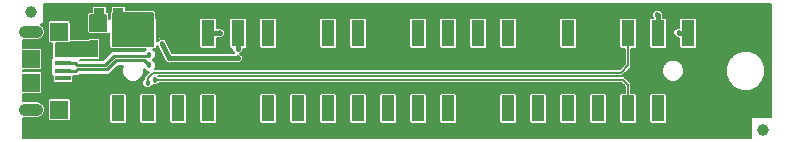
<source format=gtl>
G75*
%MOIN*%
%OFA0B0*%
%FSLAX24Y24*%
%IPPOS*%
%LPD*%
%AMOC8*
5,1,8,0,0,1.08239X$1,22.5*
%
%ADD10C,0.0397*%
%ADD11R,0.0531X0.0157*%
%ADD12R,0.0591X0.0591*%
%ADD13C,0.0397*%
%ADD14R,0.0276X0.0335*%
%ADD15R,0.0236X0.0236*%
%ADD16C,0.0394*%
%ADD17R,0.0433X0.0866*%
%ADD18R,0.0335X0.0276*%
%ADD19C,0.0060*%
%ADD20C,0.0220*%
%ADD21C,0.0180*%
%ADD22C,0.0180*%
%ADD23C,0.0080*%
%ADD24C,0.0090*%
D10*
X000712Y014691D02*
X001108Y014691D01*
X001108Y017289D02*
X000712Y017289D01*
D11*
X001985Y016502D03*
X001985Y016246D03*
X001985Y015990D03*
X001985Y015734D03*
X001985Y015478D03*
D12*
X000922Y015596D03*
X000922Y016384D03*
X001867Y017289D03*
X001867Y014691D03*
D13*
X001107Y014691D03*
X000713Y014691D03*
X000713Y017289D03*
X001107Y017289D03*
D14*
X003003Y017466D03*
X003003Y016836D03*
D15*
X002583Y016834D03*
X002583Y017306D03*
D16*
X000922Y017959D03*
X025331Y014022D03*
D17*
X022823Y014740D03*
X021823Y014740D03*
X020823Y014740D03*
X019823Y014740D03*
X018823Y014740D03*
X017823Y014740D03*
X016823Y014740D03*
X015823Y014740D03*
X014823Y014740D03*
X013823Y014740D03*
X012823Y014740D03*
X011823Y014740D03*
X010823Y014740D03*
X009823Y014740D03*
X008823Y014740D03*
X007823Y014740D03*
X006823Y014740D03*
X005823Y014740D03*
X004823Y014740D03*
X003823Y014740D03*
X003823Y017240D03*
X004823Y017240D03*
X005823Y017240D03*
X006823Y017240D03*
X007823Y017240D03*
X008823Y017240D03*
X009823Y017240D03*
X010823Y017240D03*
X011823Y017240D03*
X012823Y017240D03*
X013823Y017240D03*
X014823Y017240D03*
X015823Y017240D03*
X016823Y017240D03*
X017823Y017240D03*
X018823Y017240D03*
X019823Y017240D03*
X020823Y017240D03*
X021823Y017240D03*
X022823Y017240D03*
D18*
X003828Y017940D03*
X003198Y017940D03*
D19*
X000658Y013758D02*
X024908Y013758D01*
X024908Y014428D01*
X024925Y014445D01*
X025595Y014445D01*
X025595Y018222D01*
X001346Y018222D01*
X001346Y017553D01*
X001328Y017535D01*
X001243Y017535D01*
X001266Y017525D01*
X001344Y017447D01*
X001387Y017345D01*
X001387Y017234D01*
X001344Y017132D01*
X001266Y017053D01*
X001164Y017011D01*
X000658Y017011D01*
X000658Y016759D01*
X001250Y016759D01*
X001297Y016712D01*
X001297Y016055D01*
X001250Y016009D01*
X000658Y016009D01*
X000658Y015972D01*
X001250Y015972D01*
X001297Y015925D01*
X001297Y015268D01*
X001250Y015221D01*
X000658Y015221D01*
X000658Y014969D01*
X001164Y014969D01*
X001266Y014927D01*
X001344Y014849D01*
X001387Y014746D01*
X001387Y014636D01*
X001344Y014533D01*
X001266Y014455D01*
X001164Y014413D01*
X000658Y014413D01*
X000658Y013758D01*
X000658Y013767D02*
X024908Y013767D01*
X024908Y013826D02*
X000658Y013826D01*
X000658Y013884D02*
X024908Y013884D01*
X024908Y013943D02*
X000658Y013943D01*
X000658Y014001D02*
X024908Y014001D01*
X024908Y014060D02*
X000658Y014060D01*
X000658Y014118D02*
X024908Y014118D01*
X024908Y014177D02*
X000658Y014177D01*
X000658Y014235D02*
X003566Y014235D01*
X003574Y014227D02*
X003527Y014274D01*
X003527Y015206D01*
X003574Y015253D01*
X004073Y015253D01*
X004120Y015206D01*
X004120Y014274D01*
X004073Y014227D01*
X003574Y014227D01*
X003527Y014294D02*
X000658Y014294D01*
X000658Y014352D02*
X001502Y014352D01*
X001491Y014363D02*
X001538Y014316D01*
X002195Y014316D01*
X002242Y014363D01*
X002242Y015019D01*
X002195Y015066D01*
X001538Y015066D01*
X001491Y015019D01*
X001491Y014363D01*
X001491Y014411D02*
X000658Y014411D01*
X001280Y014469D02*
X001491Y014469D01*
X001491Y014528D02*
X001339Y014528D01*
X001366Y014586D02*
X001491Y014586D01*
X001491Y014645D02*
X001387Y014645D01*
X001387Y014703D02*
X001491Y014703D01*
X001491Y014762D02*
X001381Y014762D01*
X001356Y014820D02*
X001491Y014820D01*
X001491Y014879D02*
X001314Y014879D01*
X001242Y014937D02*
X001491Y014937D01*
X001491Y014996D02*
X000658Y014996D01*
X000658Y015054D02*
X001526Y015054D01*
X001259Y015230D02*
X003550Y015230D01*
X003527Y015171D02*
X000658Y015171D01*
X000658Y015113D02*
X003527Y015113D01*
X003527Y015054D02*
X002207Y015054D01*
X002242Y014996D02*
X003527Y014996D01*
X003527Y014937D02*
X002242Y014937D01*
X002242Y014879D02*
X003527Y014879D01*
X003527Y014820D02*
X002242Y014820D01*
X002242Y014762D02*
X003527Y014762D01*
X003527Y014703D02*
X002242Y014703D01*
X002242Y014645D02*
X003527Y014645D01*
X003527Y014586D02*
X002242Y014586D01*
X002242Y014528D02*
X003527Y014528D01*
X003527Y014469D02*
X002242Y014469D01*
X002242Y014411D02*
X003527Y014411D01*
X003527Y014352D02*
X002232Y014352D01*
X001297Y015288D02*
X020713Y015288D01*
X020713Y015253D02*
X020574Y015253D01*
X020527Y015206D01*
X020527Y014274D01*
X020574Y014227D01*
X021073Y014227D01*
X021120Y014274D01*
X021120Y015206D01*
X021073Y015253D01*
X020933Y015253D01*
X020933Y015556D01*
X020869Y015620D01*
X020689Y015800D01*
X005174Y015800D01*
X005154Y015820D01*
X020629Y015820D01*
X020869Y016060D01*
X020933Y016125D01*
X020933Y016727D01*
X021073Y016727D01*
X021120Y016774D01*
X021120Y017706D01*
X021073Y017753D01*
X020574Y017753D01*
X020527Y017706D01*
X020527Y016774D01*
X020574Y016727D01*
X020713Y016727D01*
X020713Y016216D01*
X020538Y016040D01*
X005045Y016040D01*
X005083Y016079D01*
X005083Y016261D01*
X004995Y016350D01*
X005083Y016439D01*
X005083Y016621D01*
X004985Y016720D01*
X005029Y016720D01*
X005036Y016727D01*
X005073Y016727D01*
X005120Y016774D01*
X005120Y016813D01*
X005144Y016789D01*
X005353Y016370D01*
X005353Y016340D01*
X005384Y016309D01*
X005403Y016271D01*
X005432Y016262D01*
X005453Y016240D01*
X005496Y016240D01*
X005536Y016227D01*
X005564Y016240D01*
X007874Y016240D01*
X007973Y016340D01*
X007973Y016481D01*
X007894Y016560D01*
X007973Y016640D01*
X007973Y016727D01*
X008073Y016727D01*
X008120Y016774D01*
X008120Y017706D01*
X008073Y017753D01*
X007574Y017753D01*
X007527Y017706D01*
X007527Y016774D01*
X007574Y016727D01*
X007633Y016727D01*
X007633Y016640D01*
X007693Y016580D01*
X005628Y016580D01*
X005453Y016930D01*
X005453Y016961D01*
X005423Y016991D01*
X005404Y017029D01*
X005375Y017039D01*
X005354Y017060D01*
X005311Y017060D01*
X005270Y017074D01*
X005243Y017060D01*
X005213Y017060D01*
X005183Y017030D01*
X005144Y017011D01*
X005135Y016982D01*
X005120Y016967D01*
X005120Y017706D01*
X005093Y017733D01*
X005093Y017956D01*
X005029Y018020D01*
X004075Y018020D01*
X004075Y018111D01*
X004028Y018158D01*
X003627Y018158D01*
X003580Y018111D01*
X003580Y017983D01*
X003553Y017956D01*
X003553Y017733D01*
X003533Y017713D01*
X003533Y017896D01*
X003469Y017960D01*
X003445Y017960D01*
X003445Y018111D01*
X003398Y018158D01*
X002997Y018158D01*
X002950Y018111D01*
X002950Y017960D01*
X002838Y017960D01*
X002773Y017896D01*
X002773Y017265D01*
X002838Y017200D01*
X003469Y017200D01*
X003527Y017258D01*
X003527Y016774D01*
X003574Y016727D01*
X003611Y016727D01*
X003618Y016720D01*
X004742Y016720D01*
X004682Y016660D01*
X003620Y016660D01*
X003320Y016360D01*
X002536Y016360D01*
X002536Y016360D01*
X003169Y016360D01*
X003233Y016425D01*
X003233Y016996D01*
X003221Y017008D01*
X003221Y017036D01*
X003174Y017083D01*
X002832Y017083D01*
X002809Y017060D01*
X002242Y017060D01*
X002242Y017618D01*
X002195Y017665D01*
X001538Y017665D01*
X001491Y017618D01*
X001491Y016961D01*
X001538Y016914D01*
X001633Y016914D01*
X001633Y016425D01*
X001634Y016424D01*
X001589Y016379D01*
X001589Y015858D01*
X001639Y015808D01*
X001639Y015622D01*
X001686Y015576D01*
X002284Y015576D01*
X002331Y015622D01*
X002331Y015808D01*
X002338Y015815D01*
X002491Y015815D01*
X002536Y015860D01*
X003527Y015860D01*
X003827Y016160D01*
X003997Y016160D01*
X003957Y016063D01*
X003957Y015917D01*
X004013Y015783D01*
X004116Y015680D01*
X004251Y015624D01*
X004396Y015624D01*
X004531Y015680D01*
X004634Y015783D01*
X004690Y015917D01*
X004690Y016033D01*
X004772Y015950D01*
X004848Y015950D01*
X004693Y015796D01*
X004693Y015701D01*
X004633Y015641D01*
X004633Y015500D01*
X004733Y015400D01*
X004874Y015400D01*
X004973Y015500D01*
X004973Y015520D01*
X005114Y015520D01*
X005174Y015580D01*
X020598Y015580D01*
X020713Y015465D01*
X020713Y015253D01*
X020713Y015347D02*
X001297Y015347D01*
X001297Y015405D02*
X004728Y015405D01*
X004669Y015464D02*
X001297Y015464D01*
X001297Y015522D02*
X004633Y015522D01*
X004633Y015581D02*
X002289Y015581D01*
X002331Y015639D02*
X004214Y015639D01*
X004098Y015698D02*
X002331Y015698D01*
X002331Y015756D02*
X004039Y015756D01*
X004000Y015815D02*
X002338Y015815D01*
X001681Y015581D02*
X001297Y015581D01*
X001297Y015639D02*
X001639Y015639D01*
X001639Y015698D02*
X001297Y015698D01*
X001297Y015756D02*
X001639Y015756D01*
X001632Y015815D02*
X001297Y015815D01*
X001297Y015873D02*
X001589Y015873D01*
X001589Y015932D02*
X001290Y015932D01*
X001290Y016049D02*
X001589Y016049D01*
X001589Y016107D02*
X001297Y016107D01*
X001297Y016166D02*
X001589Y016166D01*
X001589Y016224D02*
X001297Y016224D01*
X001297Y016283D02*
X001589Y016283D01*
X001589Y016341D02*
X001297Y016341D01*
X001297Y016400D02*
X001610Y016400D01*
X001633Y016458D02*
X001297Y016458D01*
X001297Y016517D02*
X001633Y016517D01*
X001633Y016575D02*
X001297Y016575D01*
X001297Y016634D02*
X001633Y016634D01*
X001633Y016692D02*
X001297Y016692D01*
X001259Y016751D02*
X001633Y016751D01*
X001633Y016809D02*
X000658Y016809D01*
X000658Y016868D02*
X001633Y016868D01*
X001743Y016868D02*
X003123Y016868D01*
X003123Y016926D02*
X002207Y016926D01*
X002195Y016914D02*
X002231Y016950D01*
X003123Y016950D01*
X003123Y016470D01*
X001743Y016470D01*
X001743Y016914D01*
X002195Y016914D01*
X002242Y017102D02*
X003527Y017102D01*
X003527Y017160D02*
X002242Y017160D01*
X002242Y017219D02*
X002819Y017219D01*
X002773Y017277D02*
X002242Y017277D01*
X002242Y017336D02*
X002773Y017336D01*
X002773Y017394D02*
X002242Y017394D01*
X002242Y017453D02*
X002773Y017453D01*
X002773Y017511D02*
X002242Y017511D01*
X002242Y017570D02*
X002773Y017570D01*
X002773Y017628D02*
X002232Y017628D01*
X002773Y017687D02*
X001346Y017687D01*
X001346Y017745D02*
X002773Y017745D01*
X002773Y017804D02*
X001346Y017804D01*
X001346Y017862D02*
X002773Y017862D01*
X002798Y017921D02*
X001346Y017921D01*
X001346Y017979D02*
X002950Y017979D01*
X002950Y018038D02*
X001346Y018038D01*
X001346Y018096D02*
X002950Y018096D01*
X002994Y018155D02*
X001346Y018155D01*
X001346Y018213D02*
X025595Y018213D01*
X025595Y018155D02*
X004031Y018155D01*
X004075Y018096D02*
X025595Y018096D01*
X025595Y018038D02*
X004075Y018038D01*
X003663Y017910D02*
X004983Y017910D01*
X004983Y016830D01*
X003663Y016830D01*
X003663Y017910D01*
X003663Y017862D02*
X004983Y017862D01*
X004983Y017804D02*
X003663Y017804D01*
X003663Y017745D02*
X004983Y017745D01*
X004983Y017687D02*
X003663Y017687D01*
X003663Y017628D02*
X004983Y017628D01*
X004983Y017570D02*
X003663Y017570D01*
X003663Y017511D02*
X004983Y017511D01*
X004983Y017453D02*
X003663Y017453D01*
X003663Y017394D02*
X004983Y017394D01*
X004983Y017336D02*
X003663Y017336D01*
X003663Y017277D02*
X004983Y017277D01*
X004983Y017219D02*
X003663Y017219D01*
X003663Y017160D02*
X004983Y017160D01*
X004983Y017102D02*
X003663Y017102D01*
X003663Y017043D02*
X004983Y017043D01*
X004983Y016985D02*
X003663Y016985D01*
X003663Y016926D02*
X004983Y016926D01*
X004983Y016868D02*
X003663Y016868D01*
X003527Y016868D02*
X003233Y016868D01*
X003233Y016926D02*
X003527Y016926D01*
X003527Y016985D02*
X003233Y016985D01*
X003214Y017043D02*
X003527Y017043D01*
X003527Y017219D02*
X003487Y017219D01*
X003423Y017310D02*
X002883Y017310D01*
X002883Y017850D01*
X003423Y017850D01*
X003423Y017310D01*
X003423Y017336D02*
X002883Y017336D01*
X002883Y017394D02*
X003423Y017394D01*
X003423Y017453D02*
X002883Y017453D01*
X002883Y017511D02*
X003423Y017511D01*
X003423Y017570D02*
X002883Y017570D01*
X002883Y017628D02*
X003423Y017628D01*
X003423Y017687D02*
X002883Y017687D01*
X002883Y017745D02*
X003423Y017745D01*
X003423Y017804D02*
X002883Y017804D01*
X003445Y017979D02*
X003577Y017979D01*
X003580Y018038D02*
X003445Y018038D01*
X003445Y018096D02*
X003580Y018096D01*
X003624Y018155D02*
X003402Y018155D01*
X003508Y017921D02*
X003553Y017921D01*
X003553Y017862D02*
X003533Y017862D01*
X003533Y017804D02*
X003553Y017804D01*
X003553Y017745D02*
X003533Y017745D01*
X003527Y016809D02*
X003233Y016809D01*
X003233Y016751D02*
X003550Y016751D01*
X003593Y016634D02*
X003233Y016634D01*
X003233Y016692D02*
X004714Y016692D01*
X005013Y016692D02*
X005192Y016692D01*
X005222Y016634D02*
X005071Y016634D01*
X005083Y016575D02*
X005251Y016575D01*
X005280Y016517D02*
X005083Y016517D01*
X005083Y016458D02*
X005309Y016458D01*
X005339Y016400D02*
X005044Y016400D01*
X005004Y016341D02*
X005353Y016341D01*
X005397Y016283D02*
X005062Y016283D01*
X005083Y016224D02*
X020713Y016224D01*
X020713Y016283D02*
X007916Y016283D01*
X007973Y016341D02*
X020713Y016341D01*
X020713Y016400D02*
X007973Y016400D01*
X007973Y016458D02*
X020713Y016458D01*
X020713Y016517D02*
X007937Y016517D01*
X007909Y016575D02*
X020713Y016575D01*
X020713Y016634D02*
X007967Y016634D01*
X007973Y016692D02*
X020713Y016692D01*
X020550Y016751D02*
X019097Y016751D01*
X019120Y016774D02*
X019120Y017706D01*
X019073Y017753D01*
X018574Y017753D01*
X018527Y017706D01*
X018527Y016774D01*
X018574Y016727D01*
X019073Y016727D01*
X019120Y016774D01*
X019120Y016809D02*
X020527Y016809D01*
X020527Y016868D02*
X019120Y016868D01*
X019120Y016926D02*
X020527Y016926D01*
X020527Y016985D02*
X019120Y016985D01*
X019120Y017043D02*
X020527Y017043D01*
X020527Y017102D02*
X019120Y017102D01*
X019120Y017160D02*
X020527Y017160D01*
X020527Y017219D02*
X019120Y017219D01*
X019120Y017277D02*
X020527Y017277D01*
X020527Y017336D02*
X019120Y017336D01*
X019120Y017394D02*
X020527Y017394D01*
X020527Y017453D02*
X019120Y017453D01*
X019120Y017511D02*
X020527Y017511D01*
X020527Y017570D02*
X019120Y017570D01*
X019120Y017628D02*
X020527Y017628D01*
X020527Y017687D02*
X019120Y017687D01*
X019081Y017745D02*
X020566Y017745D01*
X021081Y017745D02*
X021566Y017745D01*
X021574Y017753D02*
X021527Y017706D01*
X021527Y016774D01*
X021574Y016727D01*
X022073Y016727D01*
X022120Y016774D01*
X022120Y017706D01*
X022073Y017753D01*
X021993Y017753D01*
X021993Y017921D01*
X025595Y017921D01*
X025595Y017979D02*
X021935Y017979D01*
X021894Y018020D02*
X021713Y018020D01*
X021613Y017921D01*
X021613Y017780D01*
X021640Y017753D01*
X021574Y017753D01*
X021613Y017804D02*
X005093Y017804D01*
X005093Y017862D02*
X021613Y017862D01*
X021613Y017921D02*
X005093Y017921D01*
X005070Y017979D02*
X021672Y017979D01*
X021894Y018020D02*
X021993Y017921D01*
X021993Y017862D02*
X025595Y017862D01*
X025595Y017804D02*
X021993Y017804D01*
X022081Y017745D02*
X022566Y017745D01*
X022574Y017753D02*
X022527Y017706D01*
X022527Y017420D01*
X022433Y017420D01*
X022333Y017321D01*
X022333Y017180D01*
X022343Y017170D01*
X022443Y017070D01*
X022527Y017070D01*
X022527Y016774D01*
X022574Y016727D01*
X023073Y016727D01*
X023120Y016774D01*
X023120Y017706D01*
X023073Y017753D01*
X022574Y017753D01*
X022527Y017687D02*
X022120Y017687D01*
X022120Y017628D02*
X022527Y017628D01*
X022527Y017570D02*
X022120Y017570D01*
X022120Y017511D02*
X022527Y017511D01*
X022527Y017453D02*
X022120Y017453D01*
X022120Y017394D02*
X022407Y017394D01*
X022348Y017336D02*
X022120Y017336D01*
X022120Y017277D02*
X022333Y017277D01*
X022333Y017219D02*
X022120Y017219D01*
X022120Y017160D02*
X022353Y017160D01*
X022411Y017102D02*
X022120Y017102D01*
X022120Y017043D02*
X022527Y017043D01*
X022527Y016985D02*
X022120Y016985D01*
X022120Y016926D02*
X022527Y016926D01*
X022527Y016868D02*
X022120Y016868D01*
X022120Y016809D02*
X022527Y016809D01*
X022550Y016751D02*
X022097Y016751D01*
X021550Y016751D02*
X021097Y016751D01*
X021120Y016809D02*
X021527Y016809D01*
X021527Y016868D02*
X021120Y016868D01*
X021120Y016926D02*
X021527Y016926D01*
X021527Y016985D02*
X021120Y016985D01*
X021120Y017043D02*
X021527Y017043D01*
X021527Y017102D02*
X021120Y017102D01*
X021120Y017160D02*
X021527Y017160D01*
X021527Y017219D02*
X021120Y017219D01*
X021120Y017277D02*
X021527Y017277D01*
X021527Y017336D02*
X021120Y017336D01*
X021120Y017394D02*
X021527Y017394D01*
X021527Y017453D02*
X021120Y017453D01*
X021120Y017511D02*
X021527Y017511D01*
X021527Y017570D02*
X021120Y017570D01*
X021120Y017628D02*
X021527Y017628D01*
X021527Y017687D02*
X021120Y017687D01*
X020823Y017240D02*
X020823Y016170D01*
X020583Y015930D01*
X004983Y015930D01*
X004803Y015750D01*
X004803Y015570D01*
X004690Y015698D02*
X004549Y015698D01*
X004607Y015756D02*
X004693Y015756D01*
X004712Y015815D02*
X004647Y015815D01*
X004671Y015873D02*
X004771Y015873D01*
X004829Y015932D02*
X004690Y015932D01*
X004690Y015990D02*
X004732Y015990D01*
X005053Y016049D02*
X020546Y016049D01*
X020605Y016107D02*
X005083Y016107D01*
X005083Y016166D02*
X020663Y016166D01*
X020799Y015990D02*
X021957Y015990D01*
X021957Y015932D02*
X020740Y015932D01*
X020682Y015873D02*
X021975Y015873D01*
X021957Y015917D02*
X022013Y015783D01*
X022116Y015680D01*
X022251Y015624D01*
X022396Y015624D01*
X022531Y015680D01*
X022634Y015783D01*
X022690Y015917D01*
X022690Y016063D01*
X022634Y016198D01*
X022531Y016301D01*
X022396Y016356D01*
X022251Y016356D01*
X022116Y016301D01*
X022013Y016198D01*
X021957Y016063D01*
X021957Y015917D01*
X022000Y015815D02*
X005159Y015815D01*
X005043Y015690D02*
X020643Y015690D01*
X020823Y015510D01*
X020823Y014740D01*
X020527Y014762D02*
X020120Y014762D01*
X020120Y014820D02*
X020527Y014820D01*
X020527Y014879D02*
X020120Y014879D01*
X020120Y014937D02*
X020527Y014937D01*
X020527Y014996D02*
X020120Y014996D01*
X020120Y015054D02*
X020527Y015054D01*
X020527Y015113D02*
X020120Y015113D01*
X020120Y015171D02*
X020527Y015171D01*
X020550Y015230D02*
X020097Y015230D01*
X020120Y015206D02*
X020073Y015253D01*
X019574Y015253D01*
X019527Y015206D01*
X019527Y014274D01*
X019574Y014227D01*
X020073Y014227D01*
X020120Y014274D01*
X020120Y015206D01*
X019550Y015230D02*
X019097Y015230D01*
X019120Y015206D02*
X019073Y015253D01*
X018574Y015253D01*
X018527Y015206D01*
X018527Y014274D01*
X018574Y014227D01*
X019073Y014227D01*
X019120Y014274D01*
X019120Y015206D01*
X019120Y015171D02*
X019527Y015171D01*
X019527Y015113D02*
X019120Y015113D01*
X019120Y015054D02*
X019527Y015054D01*
X019527Y014996D02*
X019120Y014996D01*
X019120Y014937D02*
X019527Y014937D01*
X019527Y014879D02*
X019120Y014879D01*
X019120Y014820D02*
X019527Y014820D01*
X019527Y014762D02*
X019120Y014762D01*
X019120Y014703D02*
X019527Y014703D01*
X019527Y014645D02*
X019120Y014645D01*
X019120Y014586D02*
X019527Y014586D01*
X019527Y014528D02*
X019120Y014528D01*
X019120Y014469D02*
X019527Y014469D01*
X019527Y014411D02*
X019120Y014411D01*
X019120Y014352D02*
X019527Y014352D01*
X019527Y014294D02*
X019120Y014294D01*
X019081Y014235D02*
X019566Y014235D01*
X020081Y014235D02*
X020566Y014235D01*
X020527Y014294D02*
X020120Y014294D01*
X020120Y014352D02*
X020527Y014352D01*
X020527Y014411D02*
X020120Y014411D01*
X020120Y014469D02*
X020527Y014469D01*
X020527Y014528D02*
X020120Y014528D01*
X020120Y014586D02*
X020527Y014586D01*
X020527Y014645D02*
X020120Y014645D01*
X020120Y014703D02*
X020527Y014703D01*
X021120Y014703D02*
X021527Y014703D01*
X021527Y014645D02*
X021120Y014645D01*
X021120Y014586D02*
X021527Y014586D01*
X021527Y014528D02*
X021120Y014528D01*
X021120Y014469D02*
X021527Y014469D01*
X021527Y014411D02*
X021120Y014411D01*
X021120Y014352D02*
X021527Y014352D01*
X021527Y014294D02*
X021120Y014294D01*
X021081Y014235D02*
X021566Y014235D01*
X021574Y014227D02*
X021527Y014274D01*
X021527Y015206D01*
X021574Y015253D01*
X022073Y015253D01*
X022120Y015206D01*
X022120Y014274D01*
X022073Y014227D01*
X021574Y014227D01*
X022081Y014235D02*
X024908Y014235D01*
X024908Y014294D02*
X022120Y014294D01*
X022120Y014352D02*
X024908Y014352D01*
X024908Y014411D02*
X022120Y014411D01*
X022120Y014469D02*
X025595Y014469D01*
X025595Y014528D02*
X022120Y014528D01*
X022120Y014586D02*
X025595Y014586D01*
X025595Y014645D02*
X022120Y014645D01*
X022120Y014703D02*
X025595Y014703D01*
X025595Y014762D02*
X022120Y014762D01*
X022120Y014820D02*
X025595Y014820D01*
X025595Y014879D02*
X022120Y014879D01*
X022120Y014937D02*
X025595Y014937D01*
X025595Y014996D02*
X022120Y014996D01*
X022120Y015054D02*
X025595Y015054D01*
X025595Y015113D02*
X022120Y015113D01*
X022120Y015171D02*
X025595Y015171D01*
X025595Y015230D02*
X022097Y015230D01*
X021550Y015230D02*
X021097Y015230D01*
X021120Y015171D02*
X021527Y015171D01*
X021527Y015113D02*
X021120Y015113D01*
X021120Y015054D02*
X021527Y015054D01*
X021527Y014996D02*
X021120Y014996D01*
X021120Y014937D02*
X021527Y014937D01*
X021527Y014879D02*
X021120Y014879D01*
X021120Y014820D02*
X021527Y014820D01*
X021527Y014762D02*
X021120Y014762D01*
X020933Y015288D02*
X025595Y015288D01*
X025595Y015347D02*
X024916Y015347D01*
X024872Y015329D02*
X025115Y015429D01*
X025301Y015615D01*
X025402Y015859D01*
X025402Y016122D01*
X025301Y016365D01*
X025115Y016551D01*
X024872Y016652D01*
X024609Y016652D01*
X024366Y016551D01*
X024180Y016365D01*
X024079Y016122D01*
X024079Y015859D01*
X024180Y015615D01*
X024366Y015429D01*
X024609Y015329D01*
X024872Y015329D01*
X025057Y015405D02*
X025595Y015405D01*
X025595Y015464D02*
X025150Y015464D01*
X025208Y015522D02*
X025595Y015522D01*
X025595Y015581D02*
X025267Y015581D01*
X025311Y015639D02*
X025595Y015639D01*
X025595Y015698D02*
X025336Y015698D01*
X025360Y015756D02*
X025595Y015756D01*
X025595Y015815D02*
X025384Y015815D01*
X025402Y015873D02*
X025595Y015873D01*
X025595Y015932D02*
X025402Y015932D01*
X025402Y015990D02*
X025595Y015990D01*
X025595Y016049D02*
X025402Y016049D01*
X025402Y016107D02*
X025595Y016107D01*
X025595Y016166D02*
X025384Y016166D01*
X025360Y016224D02*
X025595Y016224D01*
X025595Y016283D02*
X025336Y016283D01*
X025311Y016341D02*
X025595Y016341D01*
X025595Y016400D02*
X025267Y016400D01*
X025208Y016458D02*
X025595Y016458D01*
X025595Y016517D02*
X025150Y016517D01*
X025057Y016575D02*
X025595Y016575D01*
X025595Y016634D02*
X024916Y016634D01*
X024566Y016634D02*
X020933Y016634D01*
X020933Y016692D02*
X025595Y016692D01*
X025595Y016751D02*
X023097Y016751D01*
X023120Y016809D02*
X025595Y016809D01*
X025595Y016868D02*
X023120Y016868D01*
X023120Y016926D02*
X025595Y016926D01*
X025595Y016985D02*
X023120Y016985D01*
X023120Y017043D02*
X025595Y017043D01*
X025595Y017102D02*
X023120Y017102D01*
X023120Y017160D02*
X025595Y017160D01*
X025595Y017219D02*
X023120Y017219D01*
X023120Y017277D02*
X025595Y017277D01*
X025595Y017336D02*
X023120Y017336D01*
X023120Y017394D02*
X025595Y017394D01*
X025595Y017453D02*
X023120Y017453D01*
X023120Y017511D02*
X025595Y017511D01*
X025595Y017570D02*
X023120Y017570D01*
X023120Y017628D02*
X025595Y017628D01*
X025595Y017687D02*
X023120Y017687D01*
X023081Y017745D02*
X025595Y017745D01*
X024424Y016575D02*
X020933Y016575D01*
X020933Y016517D02*
X024332Y016517D01*
X024273Y016458D02*
X020933Y016458D01*
X020933Y016400D02*
X024215Y016400D01*
X024170Y016341D02*
X022433Y016341D01*
X022549Y016283D02*
X024146Y016283D01*
X024122Y016224D02*
X022607Y016224D01*
X022647Y016166D02*
X024097Y016166D01*
X024079Y016107D02*
X022671Y016107D01*
X022690Y016049D02*
X024079Y016049D01*
X024079Y015990D02*
X022690Y015990D01*
X022690Y015932D02*
X024079Y015932D01*
X024079Y015873D02*
X022671Y015873D01*
X022647Y015815D02*
X024097Y015815D01*
X024122Y015756D02*
X022607Y015756D01*
X022549Y015698D02*
X024146Y015698D01*
X024170Y015639D02*
X022433Y015639D01*
X022214Y015639D02*
X020850Y015639D01*
X020908Y015581D02*
X024215Y015581D01*
X024273Y015522D02*
X020933Y015522D01*
X020933Y015464D02*
X024332Y015464D01*
X024424Y015405D02*
X020933Y015405D01*
X020933Y015347D02*
X024566Y015347D01*
X022098Y015698D02*
X020791Y015698D01*
X020733Y015756D02*
X022039Y015756D01*
X021957Y016049D02*
X020857Y016049D01*
X020916Y016107D02*
X021975Y016107D01*
X022000Y016166D02*
X020933Y016166D01*
X020933Y016224D02*
X022039Y016224D01*
X022098Y016283D02*
X020933Y016283D01*
X020933Y016341D02*
X022214Y016341D01*
X020713Y015464D02*
X004937Y015464D01*
X004879Y015405D02*
X020713Y015405D01*
X020656Y015522D02*
X005116Y015522D01*
X005073Y015253D02*
X004574Y015253D01*
X004527Y015206D01*
X004527Y014274D01*
X004574Y014227D01*
X005073Y014227D01*
X005120Y014274D01*
X005120Y015206D01*
X005073Y015253D01*
X005097Y015230D02*
X005550Y015230D01*
X005527Y015206D02*
X005527Y014274D01*
X005574Y014227D01*
X006073Y014227D01*
X006120Y014274D01*
X006120Y015206D01*
X006073Y015253D01*
X005574Y015253D01*
X005527Y015206D01*
X005527Y015171D02*
X005120Y015171D01*
X005120Y015113D02*
X005527Y015113D01*
X005527Y015054D02*
X005120Y015054D01*
X005120Y014996D02*
X005527Y014996D01*
X005527Y014937D02*
X005120Y014937D01*
X005120Y014879D02*
X005527Y014879D01*
X005527Y014820D02*
X005120Y014820D01*
X005120Y014762D02*
X005527Y014762D01*
X005527Y014703D02*
X005120Y014703D01*
X005120Y014645D02*
X005527Y014645D01*
X005527Y014586D02*
X005120Y014586D01*
X005120Y014528D02*
X005527Y014528D01*
X005527Y014469D02*
X005120Y014469D01*
X005120Y014411D02*
X005527Y014411D01*
X005527Y014352D02*
X005120Y014352D01*
X005120Y014294D02*
X005527Y014294D01*
X005566Y014235D02*
X005081Y014235D01*
X004566Y014235D02*
X004081Y014235D01*
X004120Y014294D02*
X004527Y014294D01*
X004527Y014352D02*
X004120Y014352D01*
X004120Y014411D02*
X004527Y014411D01*
X004527Y014469D02*
X004120Y014469D01*
X004120Y014528D02*
X004527Y014528D01*
X004527Y014586D02*
X004120Y014586D01*
X004120Y014645D02*
X004527Y014645D01*
X004527Y014703D02*
X004120Y014703D01*
X004120Y014762D02*
X004527Y014762D01*
X004527Y014820D02*
X004120Y014820D01*
X004120Y014879D02*
X004527Y014879D01*
X004527Y014937D02*
X004120Y014937D01*
X004120Y014996D02*
X004527Y014996D01*
X004527Y015054D02*
X004120Y015054D01*
X004120Y015113D02*
X004527Y015113D01*
X004527Y015171D02*
X004120Y015171D01*
X004097Y015230D02*
X004550Y015230D01*
X004633Y015639D02*
X004433Y015639D01*
X003975Y015873D02*
X003540Y015873D01*
X003598Y015932D02*
X003957Y015932D01*
X003957Y015990D02*
X003657Y015990D01*
X003715Y016049D02*
X003957Y016049D01*
X003975Y016107D02*
X003774Y016107D01*
X003418Y016458D02*
X003233Y016458D01*
X003233Y016517D02*
X003476Y016517D01*
X003535Y016575D02*
X003233Y016575D01*
X003123Y016575D02*
X001743Y016575D01*
X001743Y016517D02*
X003123Y016517D01*
X003123Y016634D02*
X001743Y016634D01*
X001743Y016692D02*
X003123Y016692D01*
X003123Y016751D02*
X001743Y016751D01*
X001743Y016809D02*
X003123Y016809D01*
X003208Y016400D02*
X003359Y016400D01*
X005097Y016751D02*
X005163Y016751D01*
X005124Y016809D02*
X005120Y016809D01*
X005120Y016985D02*
X005136Y016985D01*
X005120Y017043D02*
X005196Y017043D01*
X005120Y017102D02*
X006527Y017102D01*
X006527Y017160D02*
X005120Y017160D01*
X005120Y017219D02*
X006527Y017219D01*
X006527Y017277D02*
X005120Y017277D01*
X005120Y017336D02*
X006527Y017336D01*
X006527Y017394D02*
X005120Y017394D01*
X005120Y017453D02*
X006527Y017453D01*
X006527Y017511D02*
X005120Y017511D01*
X005120Y017570D02*
X006527Y017570D01*
X006527Y017628D02*
X005120Y017628D01*
X005120Y017687D02*
X006527Y017687D01*
X006527Y017706D02*
X006527Y016774D01*
X006574Y016727D01*
X007073Y016727D01*
X007120Y016774D01*
X007120Y017080D01*
X007274Y017080D01*
X007373Y017180D01*
X007373Y017321D01*
X007274Y017420D01*
X007120Y017420D01*
X007120Y017706D01*
X007073Y017753D01*
X006574Y017753D01*
X006527Y017706D01*
X006566Y017745D02*
X005093Y017745D01*
X005371Y017043D02*
X006527Y017043D01*
X006527Y016985D02*
X005429Y016985D01*
X005455Y016926D02*
X006527Y016926D01*
X006527Y016868D02*
X005485Y016868D01*
X005514Y016809D02*
X006527Y016809D01*
X006550Y016751D02*
X005543Y016751D01*
X005572Y016692D02*
X007633Y016692D01*
X007639Y016634D02*
X005602Y016634D01*
X006823Y017240D02*
X006833Y017250D01*
X007120Y017453D02*
X007527Y017453D01*
X007527Y017511D02*
X007120Y017511D01*
X007120Y017570D02*
X007527Y017570D01*
X007527Y017628D02*
X007120Y017628D01*
X007120Y017687D02*
X007527Y017687D01*
X007566Y017745D02*
X007081Y017745D01*
X007300Y017394D02*
X007527Y017394D01*
X007527Y017336D02*
X007358Y017336D01*
X007373Y017277D02*
X007527Y017277D01*
X007527Y017219D02*
X007373Y017219D01*
X007354Y017160D02*
X007527Y017160D01*
X007527Y017102D02*
X007295Y017102D01*
X007120Y017043D02*
X007527Y017043D01*
X007527Y016985D02*
X007120Y016985D01*
X007120Y016926D02*
X007527Y016926D01*
X007527Y016868D02*
X007120Y016868D01*
X007120Y016809D02*
X007527Y016809D01*
X007550Y016751D02*
X007097Y016751D01*
X007803Y017220D02*
X007823Y017240D01*
X008120Y017219D02*
X008527Y017219D01*
X008527Y017277D02*
X008120Y017277D01*
X008120Y017336D02*
X008527Y017336D01*
X008527Y017394D02*
X008120Y017394D01*
X008120Y017453D02*
X008527Y017453D01*
X008527Y017511D02*
X008120Y017511D01*
X008120Y017570D02*
X008527Y017570D01*
X008527Y017628D02*
X008120Y017628D01*
X008120Y017687D02*
X008527Y017687D01*
X008527Y017706D02*
X008527Y016774D01*
X008574Y016727D01*
X009073Y016727D01*
X009120Y016774D01*
X009120Y017706D01*
X009073Y017753D01*
X008574Y017753D01*
X008527Y017706D01*
X008566Y017745D02*
X008081Y017745D01*
X008120Y017160D02*
X008527Y017160D01*
X008527Y017102D02*
X008120Y017102D01*
X008120Y017043D02*
X008527Y017043D01*
X008527Y016985D02*
X008120Y016985D01*
X008120Y016926D02*
X008527Y016926D01*
X008527Y016868D02*
X008120Y016868D01*
X008120Y016809D02*
X008527Y016809D01*
X008550Y016751D02*
X008097Y016751D01*
X009097Y016751D02*
X010550Y016751D01*
X010527Y016774D02*
X010574Y016727D01*
X011073Y016727D01*
X011120Y016774D01*
X011120Y017706D01*
X011073Y017753D01*
X010574Y017753D01*
X010527Y017706D01*
X010527Y016774D01*
X010527Y016809D02*
X009120Y016809D01*
X009120Y016868D02*
X010527Y016868D01*
X010527Y016926D02*
X009120Y016926D01*
X009120Y016985D02*
X010527Y016985D01*
X010527Y017043D02*
X009120Y017043D01*
X009120Y017102D02*
X010527Y017102D01*
X010527Y017160D02*
X009120Y017160D01*
X009120Y017219D02*
X010527Y017219D01*
X010527Y017277D02*
X009120Y017277D01*
X009120Y017336D02*
X010527Y017336D01*
X010527Y017394D02*
X009120Y017394D01*
X009120Y017453D02*
X010527Y017453D01*
X010527Y017511D02*
X009120Y017511D01*
X009120Y017570D02*
X010527Y017570D01*
X010527Y017628D02*
X009120Y017628D01*
X009120Y017687D02*
X010527Y017687D01*
X010566Y017745D02*
X009081Y017745D01*
X011081Y017745D02*
X011566Y017745D01*
X011574Y017753D02*
X011527Y017706D01*
X011527Y016774D01*
X011574Y016727D01*
X012073Y016727D01*
X012120Y016774D01*
X012120Y017706D01*
X012073Y017753D01*
X011574Y017753D01*
X011527Y017687D02*
X011120Y017687D01*
X011120Y017628D02*
X011527Y017628D01*
X011527Y017570D02*
X011120Y017570D01*
X011120Y017511D02*
X011527Y017511D01*
X011527Y017453D02*
X011120Y017453D01*
X011120Y017394D02*
X011527Y017394D01*
X011527Y017336D02*
X011120Y017336D01*
X011120Y017277D02*
X011527Y017277D01*
X011527Y017219D02*
X011120Y017219D01*
X011120Y017160D02*
X011527Y017160D01*
X011527Y017102D02*
X011120Y017102D01*
X011120Y017043D02*
X011527Y017043D01*
X011527Y016985D02*
X011120Y016985D01*
X011120Y016926D02*
X011527Y016926D01*
X011527Y016868D02*
X011120Y016868D01*
X011120Y016809D02*
X011527Y016809D01*
X011550Y016751D02*
X011097Y016751D01*
X012097Y016751D02*
X013550Y016751D01*
X013527Y016774D02*
X013574Y016727D01*
X014073Y016727D01*
X014120Y016774D01*
X014120Y017706D01*
X014073Y017753D01*
X013574Y017753D01*
X013527Y017706D01*
X013527Y016774D01*
X013527Y016809D02*
X012120Y016809D01*
X012120Y016868D02*
X013527Y016868D01*
X013527Y016926D02*
X012120Y016926D01*
X012120Y016985D02*
X013527Y016985D01*
X013527Y017043D02*
X012120Y017043D01*
X012120Y017102D02*
X013527Y017102D01*
X013527Y017160D02*
X012120Y017160D01*
X012120Y017219D02*
X013527Y017219D01*
X013527Y017277D02*
X012120Y017277D01*
X012120Y017336D02*
X013527Y017336D01*
X013527Y017394D02*
X012120Y017394D01*
X012120Y017453D02*
X013527Y017453D01*
X013527Y017511D02*
X012120Y017511D01*
X012120Y017570D02*
X013527Y017570D01*
X013527Y017628D02*
X012120Y017628D01*
X012120Y017687D02*
X013527Y017687D01*
X013566Y017745D02*
X012081Y017745D01*
X014081Y017745D02*
X014566Y017745D01*
X014574Y017753D02*
X014527Y017706D01*
X014527Y016774D01*
X014574Y016727D01*
X015073Y016727D01*
X015120Y016774D01*
X015120Y017706D01*
X015073Y017753D01*
X014574Y017753D01*
X014527Y017687D02*
X014120Y017687D01*
X014120Y017628D02*
X014527Y017628D01*
X014527Y017570D02*
X014120Y017570D01*
X014120Y017511D02*
X014527Y017511D01*
X014527Y017453D02*
X014120Y017453D01*
X014120Y017394D02*
X014527Y017394D01*
X014527Y017336D02*
X014120Y017336D01*
X014120Y017277D02*
X014527Y017277D01*
X014527Y017219D02*
X014120Y017219D01*
X014120Y017160D02*
X014527Y017160D01*
X014527Y017102D02*
X014120Y017102D01*
X014120Y017043D02*
X014527Y017043D01*
X014527Y016985D02*
X014120Y016985D01*
X014120Y016926D02*
X014527Y016926D01*
X014527Y016868D02*
X014120Y016868D01*
X014120Y016809D02*
X014527Y016809D01*
X014550Y016751D02*
X014097Y016751D01*
X015097Y016751D02*
X015550Y016751D01*
X015527Y016774D02*
X015574Y016727D01*
X016073Y016727D01*
X016120Y016774D01*
X016120Y017706D01*
X016073Y017753D01*
X015574Y017753D01*
X015527Y017706D01*
X015527Y016774D01*
X015527Y016809D02*
X015120Y016809D01*
X015120Y016868D02*
X015527Y016868D01*
X015527Y016926D02*
X015120Y016926D01*
X015120Y016985D02*
X015527Y016985D01*
X015527Y017043D02*
X015120Y017043D01*
X015120Y017102D02*
X015527Y017102D01*
X015527Y017160D02*
X015120Y017160D01*
X015120Y017219D02*
X015527Y017219D01*
X015527Y017277D02*
X015120Y017277D01*
X015120Y017336D02*
X015527Y017336D01*
X015527Y017394D02*
X015120Y017394D01*
X015120Y017453D02*
X015527Y017453D01*
X015527Y017511D02*
X015120Y017511D01*
X015120Y017570D02*
X015527Y017570D01*
X015527Y017628D02*
X015120Y017628D01*
X015120Y017687D02*
X015527Y017687D01*
X015566Y017745D02*
X015081Y017745D01*
X016081Y017745D02*
X016566Y017745D01*
X016574Y017753D02*
X016527Y017706D01*
X016527Y016774D01*
X016574Y016727D01*
X017073Y016727D01*
X017120Y016774D01*
X017120Y017706D01*
X017073Y017753D01*
X016574Y017753D01*
X016527Y017687D02*
X016120Y017687D01*
X016120Y017628D02*
X016527Y017628D01*
X016527Y017570D02*
X016120Y017570D01*
X016120Y017511D02*
X016527Y017511D01*
X016527Y017453D02*
X016120Y017453D01*
X016120Y017394D02*
X016527Y017394D01*
X016527Y017336D02*
X016120Y017336D01*
X016120Y017277D02*
X016527Y017277D01*
X016527Y017219D02*
X016120Y017219D01*
X016120Y017160D02*
X016527Y017160D01*
X016527Y017102D02*
X016120Y017102D01*
X016120Y017043D02*
X016527Y017043D01*
X016527Y016985D02*
X016120Y016985D01*
X016120Y016926D02*
X016527Y016926D01*
X016527Y016868D02*
X016120Y016868D01*
X016120Y016809D02*
X016527Y016809D01*
X016550Y016751D02*
X016097Y016751D01*
X017097Y016751D02*
X018550Y016751D01*
X018527Y016809D02*
X017120Y016809D01*
X017120Y016868D02*
X018527Y016868D01*
X018527Y016926D02*
X017120Y016926D01*
X017120Y016985D02*
X018527Y016985D01*
X018527Y017043D02*
X017120Y017043D01*
X017120Y017102D02*
X018527Y017102D01*
X018527Y017160D02*
X017120Y017160D01*
X017120Y017219D02*
X018527Y017219D01*
X018527Y017277D02*
X017120Y017277D01*
X017120Y017336D02*
X018527Y017336D01*
X018527Y017394D02*
X017120Y017394D01*
X017120Y017453D02*
X018527Y017453D01*
X018527Y017511D02*
X017120Y017511D01*
X017120Y017570D02*
X018527Y017570D01*
X018527Y017628D02*
X017120Y017628D01*
X017120Y017687D02*
X018527Y017687D01*
X018566Y017745D02*
X017081Y017745D01*
X017073Y015253D02*
X016574Y015253D01*
X016527Y015206D01*
X016527Y014274D01*
X016574Y014227D01*
X017073Y014227D01*
X017120Y014274D01*
X017120Y015206D01*
X017073Y015253D01*
X017097Y015230D02*
X017550Y015230D01*
X017527Y015206D02*
X017527Y014274D01*
X017574Y014227D01*
X018073Y014227D01*
X018120Y014274D01*
X018120Y015206D01*
X018073Y015253D01*
X017574Y015253D01*
X017527Y015206D01*
X017527Y015171D02*
X017120Y015171D01*
X017120Y015113D02*
X017527Y015113D01*
X017527Y015054D02*
X017120Y015054D01*
X017120Y014996D02*
X017527Y014996D01*
X017527Y014937D02*
X017120Y014937D01*
X017120Y014879D02*
X017527Y014879D01*
X017527Y014820D02*
X017120Y014820D01*
X017120Y014762D02*
X017527Y014762D01*
X017527Y014703D02*
X017120Y014703D01*
X017120Y014645D02*
X017527Y014645D01*
X017527Y014586D02*
X017120Y014586D01*
X017120Y014528D02*
X017527Y014528D01*
X017527Y014469D02*
X017120Y014469D01*
X017120Y014411D02*
X017527Y014411D01*
X017527Y014352D02*
X017120Y014352D01*
X017120Y014294D02*
X017527Y014294D01*
X017566Y014235D02*
X017081Y014235D01*
X016566Y014235D02*
X015081Y014235D01*
X015073Y014227D02*
X015120Y014274D01*
X015120Y015206D01*
X015073Y015253D01*
X014574Y015253D01*
X014527Y015206D01*
X014527Y014274D01*
X014574Y014227D01*
X015073Y014227D01*
X015120Y014294D02*
X016527Y014294D01*
X016527Y014352D02*
X015120Y014352D01*
X015120Y014411D02*
X016527Y014411D01*
X016527Y014469D02*
X015120Y014469D01*
X015120Y014528D02*
X016527Y014528D01*
X016527Y014586D02*
X015120Y014586D01*
X015120Y014645D02*
X016527Y014645D01*
X016527Y014703D02*
X015120Y014703D01*
X015120Y014762D02*
X016527Y014762D01*
X016527Y014820D02*
X015120Y014820D01*
X015120Y014879D02*
X016527Y014879D01*
X016527Y014937D02*
X015120Y014937D01*
X015120Y014996D02*
X016527Y014996D01*
X016527Y015054D02*
X015120Y015054D01*
X015120Y015113D02*
X016527Y015113D01*
X016527Y015171D02*
X015120Y015171D01*
X015097Y015230D02*
X016550Y015230D01*
X018097Y015230D02*
X018550Y015230D01*
X018527Y015171D02*
X018120Y015171D01*
X018120Y015113D02*
X018527Y015113D01*
X018527Y015054D02*
X018120Y015054D01*
X018120Y014996D02*
X018527Y014996D01*
X018527Y014937D02*
X018120Y014937D01*
X018120Y014879D02*
X018527Y014879D01*
X018527Y014820D02*
X018120Y014820D01*
X018120Y014762D02*
X018527Y014762D01*
X018527Y014703D02*
X018120Y014703D01*
X018120Y014645D02*
X018527Y014645D01*
X018527Y014586D02*
X018120Y014586D01*
X018120Y014528D02*
X018527Y014528D01*
X018527Y014469D02*
X018120Y014469D01*
X018120Y014411D02*
X018527Y014411D01*
X018527Y014352D02*
X018120Y014352D01*
X018120Y014294D02*
X018527Y014294D01*
X018566Y014235D02*
X018081Y014235D01*
X014566Y014235D02*
X014081Y014235D01*
X014073Y014227D02*
X014120Y014274D01*
X014120Y015206D01*
X014073Y015253D01*
X013574Y015253D01*
X013527Y015206D01*
X013527Y014274D01*
X013574Y014227D01*
X014073Y014227D01*
X014120Y014294D02*
X014527Y014294D01*
X014527Y014352D02*
X014120Y014352D01*
X014120Y014411D02*
X014527Y014411D01*
X014527Y014469D02*
X014120Y014469D01*
X014120Y014528D02*
X014527Y014528D01*
X014527Y014586D02*
X014120Y014586D01*
X014120Y014645D02*
X014527Y014645D01*
X014527Y014703D02*
X014120Y014703D01*
X014120Y014762D02*
X014527Y014762D01*
X014527Y014820D02*
X014120Y014820D01*
X014120Y014879D02*
X014527Y014879D01*
X014527Y014937D02*
X014120Y014937D01*
X014120Y014996D02*
X014527Y014996D01*
X014527Y015054D02*
X014120Y015054D01*
X014120Y015113D02*
X014527Y015113D01*
X014527Y015171D02*
X014120Y015171D01*
X014097Y015230D02*
X014550Y015230D01*
X013550Y015230D02*
X013097Y015230D01*
X013120Y015206D02*
X013073Y015253D01*
X012574Y015253D01*
X012527Y015206D01*
X012527Y014274D01*
X012574Y014227D01*
X013073Y014227D01*
X013120Y014274D01*
X013120Y015206D01*
X013120Y015171D02*
X013527Y015171D01*
X013527Y015113D02*
X013120Y015113D01*
X013120Y015054D02*
X013527Y015054D01*
X013527Y014996D02*
X013120Y014996D01*
X013120Y014937D02*
X013527Y014937D01*
X013527Y014879D02*
X013120Y014879D01*
X013120Y014820D02*
X013527Y014820D01*
X013527Y014762D02*
X013120Y014762D01*
X013120Y014703D02*
X013527Y014703D01*
X013527Y014645D02*
X013120Y014645D01*
X013120Y014586D02*
X013527Y014586D01*
X013527Y014528D02*
X013120Y014528D01*
X013120Y014469D02*
X013527Y014469D01*
X013527Y014411D02*
X013120Y014411D01*
X013120Y014352D02*
X013527Y014352D01*
X013527Y014294D02*
X013120Y014294D01*
X013081Y014235D02*
X013566Y014235D01*
X012566Y014235D02*
X012081Y014235D01*
X012073Y014227D02*
X012120Y014274D01*
X012120Y015206D01*
X012073Y015253D01*
X011574Y015253D01*
X011527Y015206D01*
X011527Y014274D01*
X011574Y014227D01*
X012073Y014227D01*
X012120Y014294D02*
X012527Y014294D01*
X012527Y014352D02*
X012120Y014352D01*
X012120Y014411D02*
X012527Y014411D01*
X012527Y014469D02*
X012120Y014469D01*
X012120Y014528D02*
X012527Y014528D01*
X012527Y014586D02*
X012120Y014586D01*
X012120Y014645D02*
X012527Y014645D01*
X012527Y014703D02*
X012120Y014703D01*
X012120Y014762D02*
X012527Y014762D01*
X012527Y014820D02*
X012120Y014820D01*
X012120Y014879D02*
X012527Y014879D01*
X012527Y014937D02*
X012120Y014937D01*
X012120Y014996D02*
X012527Y014996D01*
X012527Y015054D02*
X012120Y015054D01*
X012120Y015113D02*
X012527Y015113D01*
X012527Y015171D02*
X012120Y015171D01*
X012097Y015230D02*
X012550Y015230D01*
X011550Y015230D02*
X011097Y015230D01*
X011120Y015206D02*
X011073Y015253D01*
X010574Y015253D01*
X010527Y015206D01*
X010527Y014274D01*
X010574Y014227D01*
X011073Y014227D01*
X011120Y014274D01*
X011120Y015206D01*
X011120Y015171D02*
X011527Y015171D01*
X011527Y015113D02*
X011120Y015113D01*
X011120Y015054D02*
X011527Y015054D01*
X011527Y014996D02*
X011120Y014996D01*
X011120Y014937D02*
X011527Y014937D01*
X011527Y014879D02*
X011120Y014879D01*
X011120Y014820D02*
X011527Y014820D01*
X011527Y014762D02*
X011120Y014762D01*
X011120Y014703D02*
X011527Y014703D01*
X011527Y014645D02*
X011120Y014645D01*
X011120Y014586D02*
X011527Y014586D01*
X011527Y014528D02*
X011120Y014528D01*
X011120Y014469D02*
X011527Y014469D01*
X011527Y014411D02*
X011120Y014411D01*
X011120Y014352D02*
X011527Y014352D01*
X011527Y014294D02*
X011120Y014294D01*
X011081Y014235D02*
X011566Y014235D01*
X010566Y014235D02*
X010081Y014235D01*
X010073Y014227D02*
X010120Y014274D01*
X010120Y015206D01*
X010073Y015253D01*
X009574Y015253D01*
X009527Y015206D01*
X009527Y014274D01*
X009574Y014227D01*
X010073Y014227D01*
X010120Y014294D02*
X010527Y014294D01*
X010527Y014352D02*
X010120Y014352D01*
X010120Y014411D02*
X010527Y014411D01*
X010527Y014469D02*
X010120Y014469D01*
X010120Y014528D02*
X010527Y014528D01*
X010527Y014586D02*
X010120Y014586D01*
X010120Y014645D02*
X010527Y014645D01*
X010527Y014703D02*
X010120Y014703D01*
X010120Y014762D02*
X010527Y014762D01*
X010527Y014820D02*
X010120Y014820D01*
X010120Y014879D02*
X010527Y014879D01*
X010527Y014937D02*
X010120Y014937D01*
X010120Y014996D02*
X010527Y014996D01*
X010527Y015054D02*
X010120Y015054D01*
X010120Y015113D02*
X010527Y015113D01*
X010527Y015171D02*
X010120Y015171D01*
X010097Y015230D02*
X010550Y015230D01*
X009550Y015230D02*
X009097Y015230D01*
X009120Y015206D02*
X009073Y015253D01*
X008574Y015253D01*
X008527Y015206D01*
X008527Y014274D01*
X008574Y014227D01*
X009073Y014227D01*
X009120Y014274D01*
X009120Y015206D01*
X009120Y015171D02*
X009527Y015171D01*
X009527Y015113D02*
X009120Y015113D01*
X009120Y015054D02*
X009527Y015054D01*
X009527Y014996D02*
X009120Y014996D01*
X009120Y014937D02*
X009527Y014937D01*
X009527Y014879D02*
X009120Y014879D01*
X009120Y014820D02*
X009527Y014820D01*
X009527Y014762D02*
X009120Y014762D01*
X009120Y014703D02*
X009527Y014703D01*
X009527Y014645D02*
X009120Y014645D01*
X009120Y014586D02*
X009527Y014586D01*
X009527Y014528D02*
X009120Y014528D01*
X009120Y014469D02*
X009527Y014469D01*
X009527Y014411D02*
X009120Y014411D01*
X009120Y014352D02*
X009527Y014352D01*
X009527Y014294D02*
X009120Y014294D01*
X009081Y014235D02*
X009566Y014235D01*
X008566Y014235D02*
X007081Y014235D01*
X007073Y014227D02*
X007120Y014274D01*
X007120Y015206D01*
X007073Y015253D01*
X006574Y015253D01*
X006527Y015206D01*
X006527Y014274D01*
X006574Y014227D01*
X007073Y014227D01*
X007120Y014294D02*
X008527Y014294D01*
X008527Y014352D02*
X007120Y014352D01*
X007120Y014411D02*
X008527Y014411D01*
X008527Y014469D02*
X007120Y014469D01*
X007120Y014528D02*
X008527Y014528D01*
X008527Y014586D02*
X007120Y014586D01*
X007120Y014645D02*
X008527Y014645D01*
X008527Y014703D02*
X007120Y014703D01*
X007120Y014762D02*
X008527Y014762D01*
X008527Y014820D02*
X007120Y014820D01*
X007120Y014879D02*
X008527Y014879D01*
X008527Y014937D02*
X007120Y014937D01*
X007120Y014996D02*
X008527Y014996D01*
X008527Y015054D02*
X007120Y015054D01*
X007120Y015113D02*
X008527Y015113D01*
X008527Y015171D02*
X007120Y015171D01*
X007097Y015230D02*
X008550Y015230D01*
X006550Y015230D02*
X006097Y015230D01*
X006120Y015171D02*
X006527Y015171D01*
X006527Y015113D02*
X006120Y015113D01*
X006120Y015054D02*
X006527Y015054D01*
X006527Y014996D02*
X006120Y014996D01*
X006120Y014937D02*
X006527Y014937D01*
X006527Y014879D02*
X006120Y014879D01*
X006120Y014820D02*
X006527Y014820D01*
X006527Y014762D02*
X006120Y014762D01*
X006120Y014703D02*
X006527Y014703D01*
X006527Y014645D02*
X006120Y014645D01*
X006120Y014586D02*
X006527Y014586D01*
X006527Y014528D02*
X006120Y014528D01*
X006120Y014469D02*
X006527Y014469D01*
X006527Y014411D02*
X006120Y014411D01*
X006120Y014352D02*
X006527Y014352D01*
X006527Y014294D02*
X006120Y014294D01*
X006081Y014235D02*
X006566Y014235D01*
X001589Y015990D02*
X000658Y015990D01*
X000658Y016926D02*
X001526Y016926D01*
X001491Y016985D02*
X000658Y016985D01*
X001242Y017043D02*
X001491Y017043D01*
X001491Y017102D02*
X001314Y017102D01*
X001356Y017160D02*
X001491Y017160D01*
X001491Y017219D02*
X001381Y017219D01*
X001387Y017277D02*
X001491Y017277D01*
X001491Y017336D02*
X001387Y017336D01*
X001366Y017394D02*
X001491Y017394D01*
X001491Y017453D02*
X001339Y017453D01*
X001280Y017511D02*
X001491Y017511D01*
X001491Y017570D02*
X001346Y017570D01*
X001346Y017628D02*
X001502Y017628D01*
D20*
X001513Y016800D03*
X001593Y015480D03*
X002373Y015480D03*
X005803Y015420D03*
X006813Y015430D03*
X006813Y016140D03*
X005793Y016130D03*
X005773Y017780D03*
X009833Y016690D03*
X012853Y016700D03*
X015833Y014210D03*
X017833Y016710D03*
X019823Y016710D03*
X022843Y014200D03*
X007843Y014180D03*
D21*
X005043Y015690D03*
X004803Y015570D03*
X004863Y016170D03*
X004863Y016530D03*
X005283Y016890D03*
X005223Y017210D03*
X004573Y017790D03*
X004363Y017790D03*
X004153Y017790D03*
X003363Y017370D03*
X003363Y017100D03*
X002943Y017790D03*
X001512Y017959D03*
X003603Y015580D03*
X000922Y014022D03*
X007243Y016870D03*
X007803Y016710D03*
X007803Y016410D03*
X007203Y017250D03*
X021783Y017850D03*
X022503Y017250D03*
X025331Y017959D03*
X025331Y014612D03*
X024741Y014022D03*
D22*
X022823Y017240D02*
X022513Y017240D01*
X021823Y017240D02*
X021823Y017850D01*
X021783Y017850D01*
X007803Y017220D02*
X007803Y016710D01*
X007803Y016410D02*
X005523Y016410D01*
X005283Y016890D01*
X006833Y017250D02*
X007203Y017250D01*
D23*
X022503Y017250D02*
X022513Y017240D01*
D24*
X004863Y016530D02*
X004818Y016485D01*
X003692Y016485D01*
X003392Y016185D01*
X002463Y016185D01*
X002402Y016246D01*
X001985Y016246D01*
X001985Y015990D02*
X002418Y015990D01*
X002463Y016035D01*
X003454Y016035D01*
X003754Y016335D01*
X004698Y016335D01*
X004863Y016170D01*
M02*

</source>
